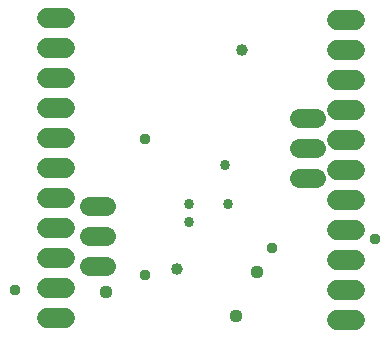
<source format=gbr>
G04 EAGLE Gerber RS-274X export*
G75*
%MOMM*%
%FSLAX34Y34*%
%LPD*%
%INSoldermask Bottom*%
%IPPOS*%
%AMOC8*
5,1,8,0,0,1.08239X$1,22.5*%
G01*
%ADD10C,1.727200*%
%ADD11C,1.625600*%
%ADD12C,0.959600*%
%ADD13C,0.859600*%
%ADD14C,1.009600*%
%ADD15C,1.109600*%


D10*
X302720Y300900D02*
X287480Y300900D01*
X287480Y275500D02*
X302720Y275500D01*
X302720Y250100D02*
X287480Y250100D01*
X287480Y224700D02*
X302720Y224700D01*
X302720Y199300D02*
X287480Y199300D01*
X287480Y173900D02*
X302720Y173900D01*
X302720Y148500D02*
X287480Y148500D01*
X287480Y123100D02*
X302720Y123100D01*
X302720Y97700D02*
X287480Y97700D01*
X287480Y72300D02*
X302720Y72300D01*
X302720Y46900D02*
X287480Y46900D01*
D11*
X269612Y217900D02*
X255388Y217900D01*
X255388Y192500D02*
X269612Y192500D01*
X269612Y167100D02*
X255388Y167100D01*
X92112Y92100D02*
X77888Y92100D01*
X77888Y117500D02*
X92112Y117500D01*
X92112Y142900D02*
X77888Y142900D01*
D10*
X57620Y302000D02*
X42380Y302000D01*
X42380Y276600D02*
X57620Y276600D01*
X57620Y251200D02*
X42380Y251200D01*
X42380Y225800D02*
X57620Y225800D01*
X57620Y200400D02*
X42380Y200400D01*
X42380Y175000D02*
X57620Y175000D01*
X57620Y149600D02*
X42380Y149600D01*
X42380Y124200D02*
X57620Y124200D01*
X57620Y98800D02*
X42380Y98800D01*
X42380Y73400D02*
X57620Y73400D01*
X57620Y48000D02*
X42380Y48000D01*
D12*
X125000Y85000D03*
X125000Y200000D03*
X232500Y107500D03*
D13*
X162500Y145000D03*
X162500Y130000D03*
X195000Y145000D03*
X192500Y177500D03*
D14*
X207500Y275000D03*
D12*
X15000Y72500D03*
X320000Y115000D03*
D15*
X92500Y70000D03*
X202500Y50000D03*
X220000Y87500D03*
D14*
X152500Y90000D03*
M02*

</source>
